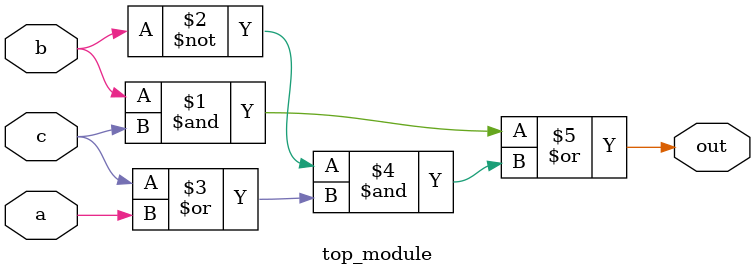
<source format=sv>
module top_module(
	input a, 
	input b,
	input c,
	output out
);

assign out = (b & c) | (~b & (c | a));

endmodule

</source>
